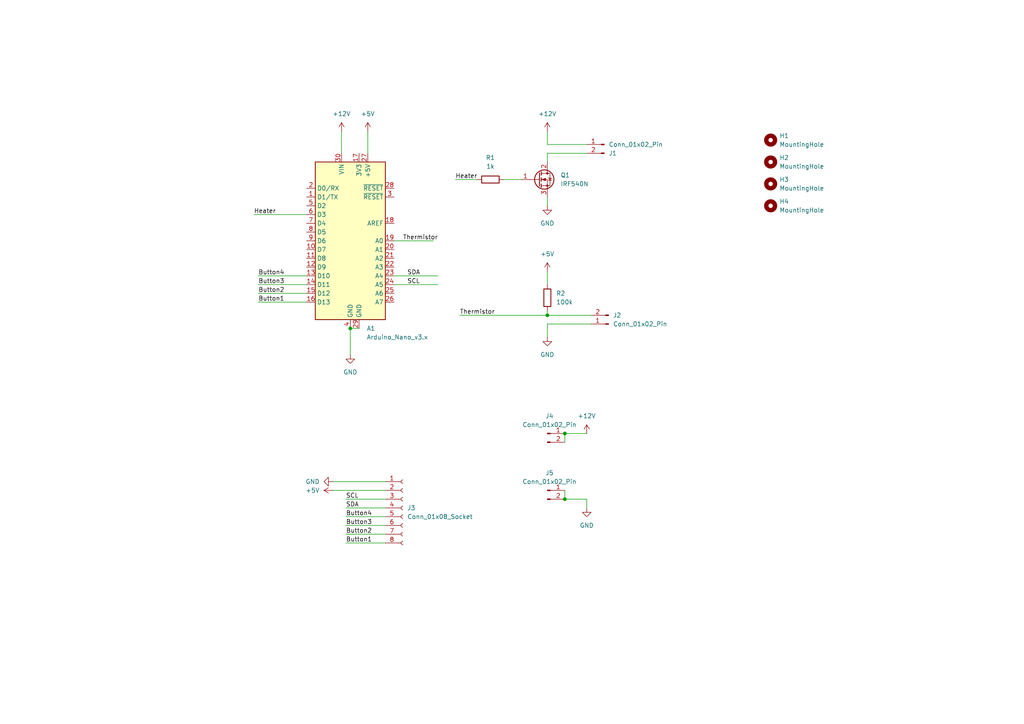
<source format=kicad_sch>
(kicad_sch (version 20231120) (generator "eeschema") (generator_version "8.0")
  (paper "A4")
  (lib_symbols
    (symbol "Connector:Conn_01x02_Pin" (pin_names (offset 1.016) hide)
      (property "Reference" "J" (at 0 2.54 0))
      (property "Value" "Conn_01x02_Pin" (at 0 -5.08 0))
      (symbol "Conn_01x02_Pin_1_1"
        (polyline (pts (xy 1.27 -2.54) (xy 0.8636 -2.54)) (stroke (width 0.1524)))
        (polyline (pts (xy 1.27 0) (xy 0.8636 0)) (stroke (width 0.1524)))
        (rectangle (start 0.8636 -2.413) (end 0 -2.667) (stroke (width 0.1524)) (fill (type outline)))
        (rectangle (start 0.8636 0.127) (end 0 -0.127) (stroke (width 0.1524)) (fill (type outline)))
        (pin passive line (at 5.08 0 180) (length 3.81) (name "Pin_1") (number "1"))
        (pin passive line (at 5.08 -2.54 180) (length 3.81) (name "Pin_2") (number "2"))
      )
    )
    (symbol "Connector:Conn_01x08_Socket" (pin_names (offset 1.016) hide)
      (property "Reference" "J" (at 0 10.16 0))
      (property "Value" "Conn_01x08_Socket" (at 0 -12.7 0))
      (symbol "Conn_01x08_Socket_1_1"
        (arc (start 0 -9.652) (mid -0.5058 -10.16) (end 0 -10.668) (stroke (width 0.1524)))
        (arc (start 0 -7.112) (mid -0.5058 -7.62) (end 0 -8.128) (stroke (width 0.1524)))
        (arc (start 0 -4.572) (mid -0.5058 -5.08) (end 0 -5.588) (stroke (width 0.1524)))
        (arc (start 0 -2.032) (mid -0.5058 -2.54) (end 0 -3.048) (stroke (width 0.1524)))
        (polyline (pts (xy -1.27 -10.16) (xy -0.508 -10.16)) (stroke (width 0.1524)))
        (polyline (pts (xy -1.27 -7.62) (xy -0.508 -7.62)) (stroke (width 0.1524)))
        (polyline (pts (xy -1.27 -5.08) (xy -0.508 -5.08)) (stroke (width 0.1524)))
        (polyline (pts (xy -1.27 -2.54) (xy -0.508 -2.54)) (stroke (width 0.1524)))
        (polyline (pts (xy -1.27 0) (xy -0.508 0)) (stroke (width 0.1524)))
        (polyline (pts (xy -1.27 2.54) (xy -0.508 2.54)) (stroke (width 0.1524)))
        (polyline (pts (xy -1.27 5.08) (xy -0.508 5.08)) (stroke (width 0.1524)))
        (polyline (pts (xy -1.27 7.62) (xy -0.508 7.62)) (stroke (width 0.1524)))
        (arc (start 0 0.508) (mid -0.5058 0) (end 0 -0.508) (stroke (width 0.1524)))
        (arc (start 0 3.048) (mid -0.5058 2.54) (end 0 2.032) (stroke (width 0.1524)))
        (arc (start 0 5.588) (mid -0.5058 5.08) (end 0 4.572) (stroke (width 0.1524)))
        (arc (start 0 8.128) (mid -0.5058 7.62) (end 0 7.112) (stroke (width 0.1524)))
        (pin passive line (at -5.08 7.62 0) (length 3.81) (name "Pin_1") (number "1"))
        (pin passive line (at -5.08 5.08 0) (length 3.81) (name "Pin_2") (number "2"))
        (pin passive line (at -5.08 2.54 0) (length 3.81) (name "Pin_3") (number "3"))
        (pin passive line (at -5.08 0 0) (length 3.81) (name "Pin_4") (number "4"))
        (pin passive line (at -5.08 -2.54 0) (length 3.81) (name "Pin_5") (number "5"))
        (pin passive line (at -5.08 -5.08 0) (length 3.81) (name "Pin_6") (number "6"))
        (pin passive line (at -5.08 -7.62 0) (length 3.81) (name "Pin_7") (number "7"))
        (pin passive line (at -5.08 -10.16 0) (length 3.81) (name "Pin_8") (number "8"))
      )
    )
    (symbol "Device:R" (pin_numbers hide) (pin_names (offset 0))
      (property "Reference" "R" (at 2.032 0 90))
      (property "Value" "R" (at 0 0 90))
      (symbol "R_0_1"
        (rectangle (start -1.016 -2.54) (end 1.016 2.54) (stroke (width 0.254)))
      )
      (symbol "R_1_1"
        (pin passive line (at 0 3.81 270) (length 1.27) (name "~") (number "1"))
        (pin passive line (at 0 -3.81 90) (length 1.27) (name "~") (number "2"))
      )
    )
    (symbol "MCU_Module:Arduino_Nano_v3.x"
      (property "Reference" "A" (at -10.16 23.495 0))
      (property "Value" "Arduino_Nano_v3.x" (at 5.08 -24.13 0))
      (symbol "Arduino_Nano_v3.x_0_1"
        (rectangle (start -10.16 22.86) (end 10.16 -22.86) (stroke (width 0.254)) (fill (type background)))
      )
      (symbol "Arduino_Nano_v3.x_1_1"
        (pin bidirectional line (at -12.7 12.7 0) (length 2.54) (name "D1/TX") (number "1"))
        (pin bidirectional line (at -12.7 -2.54 0) (length 2.54) (name "D7") (number "10"))
        (pin bidirectional line (at -12.7 -5.08 0) (length 2.54) (name "D8") (number "11"))
        (pin bidirectional line (at -12.7 -7.62 0) (length 2.54) (name "D9") (number "12"))
        (pin bidirectional line (at -12.7 -10.16 0) (length 2.54) (name "D10") (number "13"))
        (pin bidirectional line (at -12.7 -12.7 0) (length 2.54) (name "D11") (number "14"))
        (pin bidirectional line (at -12.7 -15.24 0) (length 2.54) (name "D12") (number "15"))
        (pin bidirectional line (at -12.7 -17.78 0) (length 2.54) (name "D13") (number "16"))
        (pin power_out line (at 2.54 25.4 270) (length 2.54) (name "3V3") (number "17"))
        (pin input line (at 12.7 5.08 180) (length 2.54) (name "AREF") (number "18"))
        (pin bidirectional line (at 12.7 0 180) (length 2.54) (name "A0") (number "19"))
        (pin bidirectional line (at -12.7 15.24 0) (length 2.54) (name "D0/RX") (number "2"))
        (pin bidirectional line (at 12.7 -2.54 180) (length 2.54) (name "A1") (number "20"))
        (pin bidirectional line (at 12.7 -5.08 180) (length 2.54) (name "A2") (number "21"))
        (pin bidirectional line (at 12.7 -7.62 180) (length 2.54) (name "A3") (number "22"))
        (pin bidirectional line (at 12.7 -10.16 180) (length 2.54) (name "A4") (number "23"))
        (pin bidirectional line (at 12.7 -12.7 180) (length 2.54) (name "A5") (number "24"))
        (pin bidirectional line (at 12.7 -15.24 180) (length 2.54) (name "A6") (number "25"))
        (pin bidirectional line (at 12.7 -17.78 180) (length 2.54) (name "A7") (number "26"))
        (pin power_out line (at 5.08 25.4 270) (length 2.54) (name "+5V") (number "27"))
        (pin input line (at 12.7 15.24 180) (length 2.54) (name "~{RESET}") (number "28"))
        (pin power_in line (at 2.54 -25.4 90) (length 2.54) (name "GND") (number "29"))
        (pin input line (at 12.7 12.7 180) (length 2.54) (name "~{RESET}") (number "3"))
        (pin power_in line (at -2.54 25.4 270) (length 2.54) (name "VIN") (number "30"))
        (pin power_in line (at 0 -25.4 90) (length 2.54) (name "GND") (number "4"))
        (pin bidirectional line (at -12.7 10.16 0) (length 2.54) (name "D2") (number "5"))
        (pin bidirectional line (at -12.7 7.62 0) (length 2.54) (name "D3") (number "6"))
        (pin bidirectional line (at -12.7 5.08 0) (length 2.54) (name "D4") (number "7"))
        (pin bidirectional line (at -12.7 2.54 0) (length 2.54) (name "D5") (number "8"))
        (pin bidirectional line (at -12.7 0 0) (length 2.54) (name "D6") (number "9"))
      )
    )
    (symbol "Mechanical:MountingHole" (pin_names (offset 1.016)) (exclude_from_sim yes) (in_bom no)
      (property "Reference" "H" (at 0 5.08 0))
      (property "Value" "MountingHole" (at 0 3.175 0))
      (symbol "MountingHole_0_1"
        (circle (center 0 0) (radius 1.27) (stroke (width 1.27)))
      )
    )
    (symbol "Transistor_FET:IRF540N" (pin_names hide)
      (property "Reference" "Q" (at 5.08 1.905 0))
      (property "Value" "IRF540N" (at 5.08 0 0))
      (symbol "IRF540N_0_1"
        (polyline (pts (xy 0.254 0) (xy -2.54 0)))
        (polyline (pts (xy 0.254 1.905) (xy 0.254 -1.905)) (stroke (width 0.254)))
        (polyline (pts (xy 0.762 -1.27) (xy 0.762 -2.286)) (stroke (width 0.254)))
        (polyline (pts (xy 0.762 0.508) (xy 0.762 -0.508)) (stroke (width 0.254)))
        (polyline (pts (xy 0.762 2.286) (xy 0.762 1.27)) (stroke (width 0.254)))
        (polyline (pts (xy 2.54 2.54) (xy 2.54 1.778)))
        (polyline (pts (xy 2.54 -2.54) (xy 2.54 0) (xy 0.762 0)))
        (polyline (pts (xy 0.762 -1.778) (xy 3.302 -1.778) (xy 3.302 1.778) (xy 0.762 1.778)))
        (polyline (pts (xy 1.016 0) (xy 2.032 0.381) (xy 2.032 -0.381) (xy 1.016 0)) (fill (type outline)))
        (polyline (pts (xy 2.794 0.508) (xy 2.921 0.381) (xy 3.683 0.381) (xy 3.81 0.254)))
        (polyline (pts (xy 3.302 0.381) (xy 2.921 -0.254) (xy 3.683 -0.254) (xy 3.302 0.381)))
        (circle (center 1.651 0) (radius 2.794) (stroke (width 0.254)))
        (circle (center 2.54 -1.778) (radius 0.254) (fill (type outline)))
        (circle (center 2.54 1.778) (radius 0.254) (fill (type outline)))
      )
      (symbol "IRF540N_1_1"
        (pin input line (at -5.08 0 0) (length 2.54) (name "G") (number "1"))
        (pin passive line (at 2.54 5.08 270) (length 2.54) (name "D") (number "2"))
        (pin passive line (at 2.54 -5.08 90) (length 2.54) (name "S") (number "3"))
      )
    )
    (symbol "power:+12V" (power) (pin_numbers hide) (pin_names (offset 0) hide)
      (property "Value" "+12V" (at 0 3.556 0))
      (symbol "+12V_0_1"
        (polyline (pts (xy -0.762 1.27) (xy 0 2.54)))
        (polyline (pts (xy 0 0) (xy 0 2.54)))
        (polyline (pts (xy 0 2.54) (xy 0.762 1.27)))
      )
      (symbol "+12V_1_1"
        (pin power_in line (at 0 0 90) (length 0) (name "~") (number "1"))
      )
    )
    (symbol "power:+5V" (power) (pin_numbers hide) (pin_names (offset 0) hide)
      (property "Value" "+5V" (at 0 3.556 0))
      (symbol "+5V_0_1"
        (polyline (pts (xy -0.762 1.27) (xy 0 2.54)))
        (polyline (pts (xy 0 0) (xy 0 2.54)))
        (polyline (pts (xy 0 2.54) (xy 0.762 1.27)))
      )
      (symbol "+5V_1_1"
        (pin power_in line (at 0 0 90) (length 0) (name "~") (number "1"))
      )
    )
    (symbol "power:GND" (power) (pin_numbers hide) (pin_names (offset 0) hide)
      (property "Value" "GND" (at 0 -3.81 0))
      (symbol "GND_0_1"
        (polyline (pts (xy 0 0) (xy 0 -1.27) (xy 1.27 -1.27) (xy 0 -2.54) (xy -1.27 -1.27) (xy 0 -1.27)))
      )
      (symbol "GND_1_1"
        (pin power_in line (at 0 0 270) (length 0) (name "~") (number "1"))
      )
    )
  )
  (junction (at 158.75 91.44))
  (junction (at 163.83 144.78))
  (junction (at 101.6 95.25))
  (junction (at 163.83 125.73))
  (wire (pts (xy 133.35 91.44) (xy 158.75 91.44)))
  (wire (pts (xy 171.45 93.98) (xy 158.75 93.98)))
  (wire (pts (xy 100.33 152.4) (xy 111.76 152.4)))
  (wire (pts (xy 163.83 125.73) (xy 163.83 128.27)))
  (wire (pts (xy 74.93 80.01) (xy 88.9 80.01)))
  (wire (pts (xy 158.75 78.74) (xy 158.75 82.55)))
  (wire (pts (xy 100.33 149.86) (xy 111.76 149.86)))
  (wire (pts (xy 101.6 95.25) (xy 101.6 102.87)))
  (wire (pts (xy 158.75 93.98) (xy 158.75 97.79)))
  (wire (pts (xy 74.93 82.55) (xy 88.9 82.55)))
  (wire (pts (xy 100.33 157.48) (xy 111.76 157.48)))
  (wire (pts (xy 132.08 52.07) (xy 138.43 52.07)))
  (wire (pts (xy 158.75 91.44) (xy 158.75 90.17)))
  (wire (pts (xy 73.66 62.23) (xy 88.9 62.23)))
  (wire (pts (xy 170.18 41.91) (xy 158.75 41.91)))
  (wire (pts (xy 74.93 87.63) (xy 88.9 87.63)))
  (wire (pts (xy 158.75 41.91) (xy 158.75 38.1)))
  (wire (pts (xy 163.83 125.73) (xy 170.18 125.73)))
  (wire (pts (xy 158.75 46.99) (xy 158.75 44.45)))
  (wire (pts (xy 96.52 139.7) (xy 111.76 139.7)))
  (wire (pts (xy 114.3 80.01) (xy 127 80.01)))
  (wire (pts (xy 170.18 147.32) (xy 170.18 144.78)))
  (wire (pts (xy 158.75 57.15) (xy 158.75 59.69)))
  (wire (pts (xy 100.33 154.94) (xy 111.76 154.94)))
  (wire (pts (xy 163.83 142.24) (xy 163.83 144.78)))
  (wire (pts (xy 158.75 91.44) (xy 171.45 91.44)))
  (wire (pts (xy 146.05 52.07) (xy 151.13 52.07)))
  (wire (pts (xy 158.75 44.45) (xy 170.18 44.45)))
  (wire (pts (xy 114.3 82.55) (xy 127 82.55)))
  (wire (pts (xy 74.93 85.09) (xy 88.9 85.09)))
  (wire (pts (xy 100.33 147.32) (xy 111.76 147.32)))
  (wire (pts (xy 100.33 144.78) (xy 111.76 144.78)))
  (wire (pts (xy 163.83 144.78) (xy 170.18 144.78)))
  (wire (pts (xy 114.3 69.85) (xy 125.73 69.85)))
  (wire (pts (xy 101.6 95.25) (xy 104.14 95.25)))
  (wire (pts (xy 96.52 142.24) (xy 111.76 142.24)))
  (wire (pts (xy 99.06 38.1) (xy 99.06 44.45)))
  (wire (pts (xy 106.68 38.1) (xy 106.68 44.45)))
  (label "Button3" (at 74.93 82.55 0))
  (label "Button2" (at 100.33 154.94 0))
  (label "Thermistor" (at 116.84 69.85 0))
  (label "Button3" (at 100.33 152.4 0))
  (label "Button1" (at 100.33 157.48 0))
  (label "Heater" (at 73.66 62.23 0))
  (label "Button4" (at 74.93 80.01 0))
  (label "SDA" (at 118.11 80.01 0))
  (label "Button4" (at 100.33 149.86 0))
  (label "Thermistor" (at 133.35 91.44 0))
  (label "Heater" (at 132.08 52.07 0))
  (label "Button2" (at 74.93 85.09 0))
  (label "SCL" (at 118.11 82.55 0))
  (label "Button1" (at 74.93 87.63 0))
  (label "SCL" (at 100.33 144.78 0))
  (label "SDA" (at 100.33 147.32 0))
  (symbol (lib_id "power:+5V") (at 158.75 78.74 0) (unit 1)
    (property "Reference" "#PWR06" (effects (hide yes)))
    (property "Value" "+5V" (at 158.75 73.66 0))
    (property "Description" "Power symbol creates a global label with name \"+5V\"" (effects (hide yes)))
  )
  (symbol (lib_id "Connector:Conn_01x02_Pin") (at 158.75 125.73 0) (unit 1)
    (property "Reference" "J4" (at 159.385 120.65 0))
    (property "Value" "Conn_01x02_Pin" (at 159.385 123.19 0))
    (property "Footprint" "Connector_PinHeader_2.54mm:PinHeader_1x02_P2.54mm_Vertical" (effects (hide yes)))
    (property "Description" "Generic connector, single row, 01x02, script generated" (effects (hide yes)))
  )
  (symbol (lib_id "power:+12V") (at 99.06 38.1 0) (unit 1)
    (property "Reference" "#PWR01" (effects (hide yes)))
    (property "Value" "+12V" (at 99.06 33.02 0))
    (property "Description" "Power symbol creates a global label with name \"+12V\"" (effects (hide yes)))
  )
  (symbol (lib_id "power:+5V") (at 96.52 142.24 90) (unit 1)
    (property "Reference" "#PWR08" (effects (hide yes)))
    (property "Value" "+5V" (at 92.71 142.2399 90) (effects (justify left)))
    (property "Description" "Power symbol creates a global label with name \"+5V\"" (effects (hide yes)))
  )
  (symbol (lib_id "power:GND") (at 170.18 147.32 0) (unit 1)
    (property "Reference" "#PWR011" (effects (hide yes)))
    (property "Value" "GND" (at 170.18 152.4 0))
    (property "Description" "Power symbol creates a global label with name \"GND\" , ground" (effects (hide yes)))
  )
  (symbol (lib_id "power:+12V") (at 158.75 38.1 0) (unit 1)
    (property "Reference" "#PWR03" (effects (hide yes)))
    (property "Value" "+12V" (at 158.75 33.02 0))
    (property "Description" "Power symbol creates a global label with name \"+12V\"" (effects (hide yes)))
  )
  (symbol (lib_id "power:GND") (at 101.6 102.87 0) (unit 1)
    (property "Reference" "#PWR02" (effects (hide yes)))
    (property "Value" "GND" (at 101.6 107.95 0))
    (property "Description" "Power symbol creates a global label with name \"GND\" , ground" (effects (hide yes)))
  )
  (symbol (lib_id "power:+5V") (at 106.68 38.1 0) (unit 1)
    (property "Reference" "#PWR05" (effects (hide yes)))
    (property "Value" "+5V" (at 106.68 33.02 0))
    (property "Description" "Power symbol creates a global label with name \"+5V\"" (effects (hide yes)))
  )
  (symbol (lib_id "power:+12V") (at 170.18 125.73 0) (unit 1)
    (property "Reference" "#PWR010" (effects (hide yes)))
    (property "Value" "+12V" (at 170.18 120.65 0))
    (property "Description" "Power symbol creates a global label with name \"+12V\"" (effects (hide yes)))
  )
  (symbol (lib_id "Mechanical:MountingHole") (at 223.52 40.64 0) (unit 1) (exclude_from_sim yes) (in_bom no)
    (property "Reference" "H1" (at 226.06 39.3699 0) (effects (justify left)))
    (property "Value" "MountingHole" (at 226.06 41.9099 0) (effects (justify left)))
    (property "Footprint" "MountingHole:MountingHole_3.2mm_M3_DIN965" (effects (hide yes)))
    (property "Description" "Mounting Hole without connection" (effects (hide yes)))
  )
  (symbol (lib_id "power:GND") (at 96.52 139.7 270) (unit 1)
    (property "Reference" "#PWR09" (effects (hide yes)))
    (property "Value" "GND" (at 92.71 139.6999 90) (effects (justify right)))
    (property "Description" "Power symbol creates a global label with name \"GND\" , ground" (effects (hide yes)))
  )
  (symbol (lib_id "Mechanical:MountingHole") (at 223.52 59.69 0) (unit 1) (exclude_from_sim yes) (in_bom no)
    (property "Reference" "H4" (at 226.06 58.4199 0) (effects (justify left)))
    (property "Value" "MountingHole" (at 226.06 60.9599 0) (effects (justify left)))
    (property "Footprint" "MountingHole:MountingHole_3.2mm_M3_DIN965" (effects (hide yes)))
    (property "Description" "Mounting Hole without connection" (effects (hide yes)))
  )
  (symbol (lib_id "Device:R") (at 158.75 86.36 0) (unit 1)
    (property "Reference" "R2" (at 161.29 85.0899 0) (effects (justify left)))
    (property "Value" "100k" (at 161.29 87.6299 0) (effects (justify left)))
    (property "Footprint" "Resistor_SMD:R_0805_2012Metric" (effects (hide yes)))
    (property "Description" "Resistor" (effects (hide yes)))
  )
  (symbol (lib_id "power:GND") (at 158.75 59.69 0) (unit 1)
    (property "Reference" "#PWR04" (effects (hide yes)))
    (property "Value" "GND" (at 158.75 64.77 0))
    (property "Description" "Power symbol creates a global label with name \"GND\" , ground" (effects (hide yes)))
  )
  (symbol (lib_id "Mechanical:MountingHole") (at 223.52 53.34 0) (unit 1) (exclude_from_sim yes) (in_bom no)
    (property "Reference" "H3" (at 226.06 52.0699 0) (effects (justify left)))
    (property "Value" "MountingHole" (at 226.06 54.6099 0) (effects (justify left)))
    (property "Footprint" "MountingHole:MountingHole_3.2mm_M3_DIN965" (effects (hide yes)))
    (property "Description" "Mounting Hole without connection" (effects (hide yes)))
  )
  (symbol (lib_id "Device:R") (at 142.24 52.07 90) (unit 1)
    (property "Reference" "R1" (at 142.24 45.72 90))
    (property "Value" "1k" (at 142.24 48.26 90))
    (property "Footprint" "Resistor_SMD:R_0805_2012Metric" (effects (hide yes)))
    (property "Description" "Resistor" (effects (hide yes)))
  )
  (symbol (lib_id "MCU_Module:Arduino_Nano_v3.x") (at 101.6 69.85 0) (unit 1)
    (property "Reference" "A1" (at 106.3341 95.25 0) (effects (justify left)))
    (property "Value" "Arduino_Nano_v3.x" (at 106.3341 97.79 0) (effects (justify left)))
    (property "Footprint" "Module:Arduino_Nano" (effects (hide yes)))
    (property "Datasheet" "http://www.mouser.com/pdfdocs/Gravitech_Arduino_Nano3_0.pdf" (effects (hide yes)))
    (property "Description" "Arduino Nano v3.x" (effects (hide yes)))
  )
  (symbol (lib_id "Connector:Conn_01x02_Pin") (at 158.75 142.24 0) (unit 1)
    (property "Reference" "J5" (at 159.385 137.16 0))
    (property "Value" "Conn_01x02_Pin" (at 159.385 139.7 0))
    (property "Footprint" "Connector_PinHeader_2.54mm:PinHeader_1x02_P2.54mm_Vertical" (effects (hide yes)))
    (property "Description" "Generic connector, single row, 01x02, script generated" (effects (hide yes)))
  )
  (symbol (lib_id "Connector:Conn_01x02_Pin") (at 176.53 93.98 180) (unit 1)
    (property "Reference" "J2" (at 177.8 91.4399 0) (effects (justify right)))
    (property "Value" "Conn_01x02_Pin" (at 177.8 93.9799 0) (effects (justify right)))
    (property "Footprint" "Connector_JST:JST_GH_BM02B-GHS-TBT_1x02-1MP_P1.25mm_Vertical" (effects (hide yes)))
    (property "Description" "Generic connector, single row, 01x02, script generated" (effects (hide yes)))
  )
  (symbol (lib_id "Mechanical:MountingHole") (at 223.52 46.99 0) (unit 1) (exclude_from_sim yes) (in_bom no)
    (property "Reference" "H2" (at 226.06 45.7199 0) (effects (justify left)))
    (property "Value" "MountingHole" (at 226.06 48.2599 0) (effects (justify left)))
    (property "Footprint" "MountingHole:MountingHole_3.2mm_M3_DIN965" (effects (hide yes)))
    (property "Description" "Mounting Hole without connection" (effects (hide yes)))
  )
  (symbol (lib_id "Transistor_FET:IRF540N") (at 156.21 52.07 0) (unit 1)
    (property "Reference" "Q1" (at 162.56 50.7999 0) (effects (justify left)))
    (property "Value" "IRF540N" (at 162.56 53.3399 0) (effects (justify left)))
    (property "Footprint" "Package_TO_SOT_THT:TO-220-3_Vertical" (effects (hide yes)))
    (property "Datasheet" "http://www.irf.com/product-info/datasheets/data/irf540n.pdf" (effects (hide yes)))
    (property "Description" "33A Id, 100V Vds, HEXFET N-Channel MOSFET, TO-220" (effects (hide yes)))
  )
  (symbol (lib_id "power:GND") (at 158.75 97.79 0) (unit 1)
    (property "Reference" "#PWR07" (effects (hide yes)))
    (property "Value" "GND" (at 158.75 102.87 0))
    (property "Description" "Power symbol creates a global label with name \"GND\" , ground" (effects (hide yes)))
  )
  (symbol (lib_id "Connector:Conn_01x02_Pin") (at 175.26 41.91 0) (mirror y) (unit 1)
    (property "Reference" "J1" (at 176.53 44.4501 0) (effects (justify right)))
    (property "Value" "Conn_01x02_Pin" (at 176.53 41.9101 0) (effects (justify right)))
    (property "Footprint" "Connector_JST:JST_XH_B2B-XH-AM_1x02_P2.50mm_Vertical" (effects (hide yes)))
    (property "Description" "Generic connector, single row, 01x02, script generated" (effects (hide yes)))
  )
  (symbol (lib_id "Connector:Conn_01x08_Socket") (at 116.84 147.32 0) (unit 1)
    (property "Reference" "J3" (at 118.11 147.3199 0) (effects (justify left)))
    (property "Value" "Conn_01x08_Socket" (at 118.11 149.8599 0) (effects (justify left)))
    (property "Footprint" "Connector_PinHeader_2.54mm:PinHeader_1x08_P2.54mm_Vertical" (effects (hide yes)))
    (property "Description" "Generic connector, single row, 01x08, script generated" (effects (hide yes)))
  )
)
</source>
